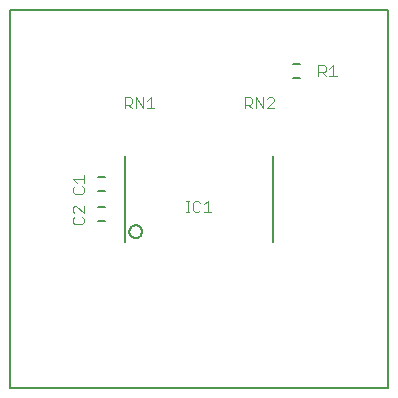
<source format=gto>
G04 This is an RS-274x file exported by *
G04 gerbv version 2.6.0 *
G04 More information is available about gerbv at *
G04 http://gerbv.gpleda.org/ *
G04 --End of header info--*
%MOIN*%
%FSLAX34Y34*%
%IPPOS*%
G04 --Define apertures--*
%ADD10C,0.0050*%
%ADD11C,0.0500*%
%ADD12C,0.0060*%
%ADD13C,0.0040*%
%ADD14C,0.0030*%
G04 --Start main section--*
G54D10*
G01X0000160Y0001557D02*
G01X0012758Y0001557D01*
G01X0012758Y0001557D02*
G01X0012758Y0014155D01*
G01X0012758Y0014155D02*
G01X0000160Y0014155D01*
G01X0000160Y0014155D02*
G01X0000160Y0001557D01*
G54D12*
G01X0008929Y0006401D02*
G01X0008929Y0009291D01*
G01X0009591Y0011870D02*
G01X0009827Y0011870D01*
G01X0009827Y0012342D02*
G01X0009591Y0012342D01*
G01X0003989Y0009291D02*
G01X0003989Y0006401D01*
G01X0004129Y0006761D02*
G01X0004131Y0006790D01*
G01X0004131Y0006790D02*
G01X0004137Y0006818D01*
G01X0004137Y0006818D02*
G01X0004146Y0006845D01*
G01X0004146Y0006845D02*
G01X0004160Y0006870D01*
G01X0004160Y0006870D02*
G01X0004176Y0006894D01*
G01X0004176Y0006894D02*
G01X0004196Y0006914D01*
G01X0004196Y0006914D02*
G01X0004218Y0006933D01*
G01X0004218Y0006933D02*
G01X0004242Y0006947D01*
G01X0004242Y0006947D02*
G01X0004269Y0006959D01*
G01X0004269Y0006959D02*
G01X0004296Y0006967D01*
G01X0004296Y0006967D02*
G01X0004325Y0006971D01*
G01X0004325Y0006971D02*
G01X0004353Y0006971D01*
G01X0004353Y0006971D02*
G01X0004382Y0006967D01*
G01X0004382Y0006967D02*
G01X0004409Y0006959D01*
G01X0004409Y0006959D02*
G01X0004436Y0006947D01*
G01X0004436Y0006947D02*
G01X0004460Y0006933D01*
G01X0004460Y0006933D02*
G01X0004482Y0006914D01*
G01X0004482Y0006914D02*
G01X0004502Y0006894D01*
G01X0004502Y0006894D02*
G01X0004518Y0006870D01*
G01X0004518Y0006870D02*
G01X0004532Y0006845D01*
G01X0004532Y0006845D02*
G01X0004541Y0006818D01*
G01X0004541Y0006818D02*
G01X0004547Y0006790D01*
G01X0004547Y0006790D02*
G01X0004549Y0006761D01*
G01X0004549Y0006761D02*
G01X0004547Y0006732D01*
G01X0004547Y0006732D02*
G01X0004541Y0006704D01*
G01X0004541Y0006704D02*
G01X0004532Y0006677D01*
G01X0004532Y0006677D02*
G01X0004518Y0006652D01*
G01X0004518Y0006652D02*
G01X0004502Y0006628D01*
G01X0004502Y0006628D02*
G01X0004482Y0006608D01*
G01X0004482Y0006608D02*
G01X0004460Y0006589D01*
G01X0004460Y0006589D02*
G01X0004436Y0006575D01*
G01X0004436Y0006575D02*
G01X0004409Y0006563D01*
G01X0004409Y0006563D02*
G01X0004382Y0006555D01*
G01X0004382Y0006555D02*
G01X0004353Y0006551D01*
G01X0004353Y0006551D02*
G01X0004325Y0006551D01*
G01X0004325Y0006551D02*
G01X0004296Y0006555D01*
G01X0004296Y0006555D02*
G01X0004269Y0006563D01*
G01X0004269Y0006563D02*
G01X0004242Y0006575D01*
G01X0004242Y0006575D02*
G01X0004218Y0006589D01*
G01X0004218Y0006589D02*
G01X0004196Y0006608D01*
G01X0004196Y0006608D02*
G01X0004176Y0006628D01*
G01X0004176Y0006628D02*
G01X0004160Y0006652D01*
G01X0004160Y0006652D02*
G01X0004146Y0006677D01*
G01X0004146Y0006677D02*
G01X0004137Y0006704D01*
G01X0004137Y0006704D02*
G01X0004131Y0006732D01*
G01X0004131Y0006732D02*
G01X0004129Y0006761D01*
G01X0003327Y0007120D02*
G01X0003091Y0007120D01*
G01X0003091Y0007592D02*
G01X0003327Y0007592D01*
G01X0003327Y0008120D02*
G01X0003091Y0008120D01*
G01X0003091Y0008592D02*
G01X0003327Y0008592D01*
G54D13*
G01X0003979Y0010876D02*
G01X0003979Y0011236D01*
G01X0003979Y0011236D02*
G01X0004159Y0011236D01*
G01X0004159Y0011236D02*
G01X0004219Y0011176D01*
G01X0004219Y0011176D02*
G01X0004219Y0011056D01*
G01X0004219Y0011056D02*
G01X0004159Y0010996D01*
G01X0004159Y0010996D02*
G01X0003979Y0010996D01*
G01X0004099Y0010996D02*
G01X0004219Y0010876D01*
G01X0004347Y0010876D02*
G01X0004347Y0011236D01*
G01X0004347Y0011236D02*
G01X0004588Y0010876D01*
G01X0004588Y0010876D02*
G01X0004588Y0011236D01*
G01X0004716Y0011116D02*
G01X0004836Y0011236D01*
G01X0004836Y0011236D02*
G01X0004836Y0010876D01*
G01X0004716Y0010876D02*
G01X0004956Y0010876D01*
G01X0007979Y0010876D02*
G01X0007979Y0011236D01*
G01X0007979Y0011236D02*
G01X0008159Y0011236D01*
G01X0008159Y0011236D02*
G01X0008219Y0011176D01*
G01X0008219Y0011176D02*
G01X0008219Y0011056D01*
G01X0008219Y0011056D02*
G01X0008159Y0010996D01*
G01X0008159Y0010996D02*
G01X0007979Y0010996D01*
G01X0008099Y0010996D02*
G01X0008219Y0010876D01*
G01X0008347Y0010876D02*
G01X0008347Y0011236D01*
G01X0008347Y0011236D02*
G01X0008588Y0010876D01*
G01X0008588Y0010876D02*
G01X0008588Y0011236D01*
G01X0008716Y0011176D02*
G01X0008776Y0011236D01*
G01X0008776Y0011236D02*
G01X0008896Y0011236D01*
G01X0008896Y0011236D02*
G01X0008956Y0011176D01*
G01X0008956Y0011176D02*
G01X0008956Y0011116D01*
G01X0008956Y0011116D02*
G01X0008716Y0010876D01*
G01X0008716Y0010876D02*
G01X0008956Y0010876D01*
G01X0006742Y0007792D02*
G01X0006742Y0007431D01*
G01X0006622Y0007431D02*
G01X0006863Y0007431D01*
G01X0006622Y0007672D02*
G01X0006742Y0007792D01*
G01X0006494Y0007732D02*
G01X0006434Y0007792D01*
G01X0006434Y0007792D02*
G01X0006314Y0007792D01*
G01X0006314Y0007792D02*
G01X0006254Y0007732D01*
G01X0006254Y0007732D02*
G01X0006254Y0007492D01*
G01X0006254Y0007492D02*
G01X0006314Y0007431D01*
G01X0006314Y0007431D02*
G01X0006434Y0007431D01*
G01X0006434Y0007431D02*
G01X0006494Y0007492D01*
G01X0006129Y0007431D02*
G01X0006009Y0007431D01*
G01X0006069Y0007431D02*
G01X0006069Y0007792D01*
G01X0006009Y0007792D02*
G01X0006129Y0007792D01*
G54D14*
G01X0002622Y0008087D02*
G01X0002560Y0008025D01*
G01X0002560Y0008025D02*
G01X0002313Y0008025D01*
G01X0002313Y0008025D02*
G01X0002252Y0008087D01*
G01X0002252Y0008087D02*
G01X0002252Y0008210D01*
G01X0002252Y0008210D02*
G01X0002313Y0008272D01*
G01X0002375Y0008393D02*
G01X0002252Y0008517D01*
G01X0002252Y0008517D02*
G01X0002622Y0008517D01*
G01X0002622Y0008640D02*
G01X0002622Y0008393D01*
G01X0002560Y0008272D02*
G01X0002622Y0008210D01*
G01X0002622Y0008210D02*
G01X0002622Y0008087D01*
G01X0002606Y0007624D02*
G01X0002606Y0007378D01*
G01X0002606Y0007378D02*
G01X0002359Y0007624D01*
G01X0002359Y0007624D02*
G01X0002298Y0007624D01*
G01X0002298Y0007624D02*
G01X0002236Y0007563D01*
G01X0002236Y0007563D02*
G01X0002236Y0007439D01*
G01X0002236Y0007439D02*
G01X0002298Y0007378D01*
G01X0002298Y0007256D02*
G01X0002236Y0007194D01*
G01X0002236Y0007194D02*
G01X0002236Y0007071D01*
G01X0002236Y0007071D02*
G01X0002298Y0007009D01*
G01X0002298Y0007009D02*
G01X0002544Y0007009D01*
G01X0002544Y0007009D02*
G01X0002606Y0007071D01*
G01X0002606Y0007071D02*
G01X0002606Y0007194D01*
G01X0002606Y0007194D02*
G01X0002544Y0007256D01*
G01X0010424Y0011946D02*
G01X0010424Y0012316D01*
G01X0010424Y0012316D02*
G01X0010609Y0012316D01*
G01X0010609Y0012316D02*
G01X0010671Y0012255D01*
G01X0010671Y0012255D02*
G01X0010671Y0012131D01*
G01X0010671Y0012131D02*
G01X0010609Y0012069D01*
G01X0010609Y0012069D02*
G01X0010424Y0012069D01*
G01X0010548Y0012069D02*
G01X0010671Y0011946D01*
G01X0010792Y0011946D02*
G01X0011039Y0011946D01*
G01X0010916Y0011946D02*
G01X0010916Y0012316D01*
G01X0010916Y0012316D02*
G01X0010792Y0012193D01*
M02*

</source>
